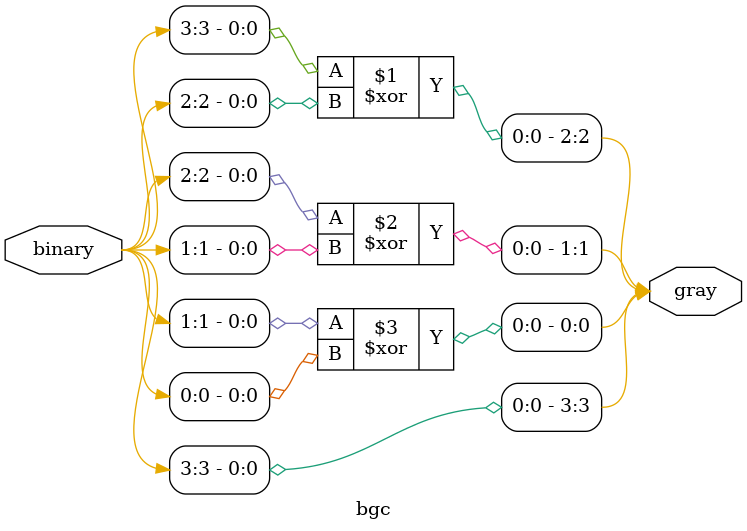
<source format=sv>
`timescale 1ns / 1ps

module bgc(
    input logic [3:0] binary,
    output logic [3:0] gray
);

  assign gray[3] = binary[3];     
  assign gray[2] = binary[3] ^ binary[2];   
  assign gray[1] = binary[2] ^ binary[1];     
  assign gray[0] = binary[1] ^ binary[0];    

endmodule

</source>
